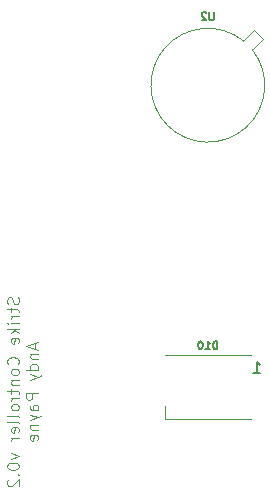
<source format=gbr>
G04 #@! TF.GenerationSoftware,KiCad,Pcbnew,6.0.4-6f826c9f35~116~ubuntu20.04.1*
G04 #@! TF.CreationDate,2022-06-15T17:18:02-05:00*
G04 #@! TF.ProjectId,strike-controller,73747269-6b65-42d6-936f-6e74726f6c6c,rev?*
G04 #@! TF.SameCoordinates,Original*
G04 #@! TF.FileFunction,Legend,Bot*
G04 #@! TF.FilePolarity,Positive*
%FSLAX46Y46*%
G04 Gerber Fmt 4.6, Leading zero omitted, Abs format (unit mm)*
G04 Created by KiCad (PCBNEW 6.0.4-6f826c9f35~116~ubuntu20.04.1) date 2022-06-15 17:18:02*
%MOMM*%
%LPD*%
G01*
G04 APERTURE LIST*
%ADD10C,0.120000*%
%ADD11C,0.150000*%
G04 APERTURE END LIST*
D10*
X132449761Y-78275000D02*
X132497380Y-78417857D01*
X132497380Y-78655952D01*
X132449761Y-78751190D01*
X132402142Y-78798809D01*
X132306904Y-78846428D01*
X132211666Y-78846428D01*
X132116428Y-78798809D01*
X132068809Y-78751190D01*
X132021190Y-78655952D01*
X131973571Y-78465476D01*
X131925952Y-78370238D01*
X131878333Y-78322619D01*
X131783095Y-78275000D01*
X131687857Y-78275000D01*
X131592619Y-78322619D01*
X131545000Y-78370238D01*
X131497380Y-78465476D01*
X131497380Y-78703571D01*
X131545000Y-78846428D01*
X131830714Y-79132142D02*
X131830714Y-79513095D01*
X131497380Y-79275000D02*
X132354523Y-79275000D01*
X132449761Y-79322619D01*
X132497380Y-79417857D01*
X132497380Y-79513095D01*
X132497380Y-79846428D02*
X131830714Y-79846428D01*
X132021190Y-79846428D02*
X131925952Y-79894047D01*
X131878333Y-79941666D01*
X131830714Y-80036904D01*
X131830714Y-80132142D01*
X132497380Y-80465476D02*
X131830714Y-80465476D01*
X131497380Y-80465476D02*
X131545000Y-80417857D01*
X131592619Y-80465476D01*
X131545000Y-80513095D01*
X131497380Y-80465476D01*
X131592619Y-80465476D01*
X132497380Y-80941666D02*
X131497380Y-80941666D01*
X132116428Y-81036904D02*
X132497380Y-81322619D01*
X131830714Y-81322619D02*
X132211666Y-80941666D01*
X132449761Y-82132142D02*
X132497380Y-82036904D01*
X132497380Y-81846428D01*
X132449761Y-81751190D01*
X132354523Y-81703571D01*
X131973571Y-81703571D01*
X131878333Y-81751190D01*
X131830714Y-81846428D01*
X131830714Y-82036904D01*
X131878333Y-82132142D01*
X131973571Y-82179761D01*
X132068809Y-82179761D01*
X132164047Y-81703571D01*
X132402142Y-83941666D02*
X132449761Y-83894047D01*
X132497380Y-83751190D01*
X132497380Y-83655952D01*
X132449761Y-83513095D01*
X132354523Y-83417857D01*
X132259285Y-83370238D01*
X132068809Y-83322619D01*
X131925952Y-83322619D01*
X131735476Y-83370238D01*
X131640238Y-83417857D01*
X131545000Y-83513095D01*
X131497380Y-83655952D01*
X131497380Y-83751190D01*
X131545000Y-83894047D01*
X131592619Y-83941666D01*
X132497380Y-84513095D02*
X132449761Y-84417857D01*
X132402142Y-84370238D01*
X132306904Y-84322619D01*
X132021190Y-84322619D01*
X131925952Y-84370238D01*
X131878333Y-84417857D01*
X131830714Y-84513095D01*
X131830714Y-84655952D01*
X131878333Y-84751190D01*
X131925952Y-84798809D01*
X132021190Y-84846428D01*
X132306904Y-84846428D01*
X132402142Y-84798809D01*
X132449761Y-84751190D01*
X132497380Y-84655952D01*
X132497380Y-84513095D01*
X131830714Y-85275000D02*
X132497380Y-85275000D01*
X131925952Y-85275000D02*
X131878333Y-85322619D01*
X131830714Y-85417857D01*
X131830714Y-85560714D01*
X131878333Y-85655952D01*
X131973571Y-85703571D01*
X132497380Y-85703571D01*
X131830714Y-86036904D02*
X131830714Y-86417857D01*
X131497380Y-86179761D02*
X132354523Y-86179761D01*
X132449761Y-86227380D01*
X132497380Y-86322619D01*
X132497380Y-86417857D01*
X132497380Y-86751190D02*
X131830714Y-86751190D01*
X132021190Y-86751190D02*
X131925952Y-86798809D01*
X131878333Y-86846428D01*
X131830714Y-86941666D01*
X131830714Y-87036904D01*
X132497380Y-87513095D02*
X132449761Y-87417857D01*
X132402142Y-87370238D01*
X132306904Y-87322619D01*
X132021190Y-87322619D01*
X131925952Y-87370238D01*
X131878333Y-87417857D01*
X131830714Y-87513095D01*
X131830714Y-87655952D01*
X131878333Y-87751190D01*
X131925952Y-87798809D01*
X132021190Y-87846428D01*
X132306904Y-87846428D01*
X132402142Y-87798809D01*
X132449761Y-87751190D01*
X132497380Y-87655952D01*
X132497380Y-87513095D01*
X132497380Y-88417857D02*
X132449761Y-88322619D01*
X132354523Y-88275000D01*
X131497380Y-88275000D01*
X132497380Y-88941666D02*
X132449761Y-88846428D01*
X132354523Y-88798809D01*
X131497380Y-88798809D01*
X132449761Y-89703571D02*
X132497380Y-89608333D01*
X132497380Y-89417857D01*
X132449761Y-89322619D01*
X132354523Y-89275000D01*
X131973571Y-89275000D01*
X131878333Y-89322619D01*
X131830714Y-89417857D01*
X131830714Y-89608333D01*
X131878333Y-89703571D01*
X131973571Y-89751190D01*
X132068809Y-89751190D01*
X132164047Y-89275000D01*
X132497380Y-90179761D02*
X131830714Y-90179761D01*
X132021190Y-90179761D02*
X131925952Y-90227380D01*
X131878333Y-90275000D01*
X131830714Y-90370238D01*
X131830714Y-90465476D01*
X131830714Y-91465476D02*
X132497380Y-91703571D01*
X131830714Y-91941666D01*
X131497380Y-92513095D02*
X131497380Y-92608333D01*
X131545000Y-92703571D01*
X131592619Y-92751190D01*
X131687857Y-92798809D01*
X131878333Y-92846428D01*
X132116428Y-92846428D01*
X132306904Y-92798809D01*
X132402142Y-92751190D01*
X132449761Y-92703571D01*
X132497380Y-92608333D01*
X132497380Y-92513095D01*
X132449761Y-92417857D01*
X132402142Y-92370238D01*
X132306904Y-92322619D01*
X132116428Y-92275000D01*
X131878333Y-92275000D01*
X131687857Y-92322619D01*
X131592619Y-92370238D01*
X131545000Y-92417857D01*
X131497380Y-92513095D01*
X132402142Y-93275000D02*
X132449761Y-93322619D01*
X132497380Y-93275000D01*
X132449761Y-93227380D01*
X132402142Y-93275000D01*
X132497380Y-93275000D01*
X131592619Y-93703571D02*
X131545000Y-93751190D01*
X131497380Y-93846428D01*
X131497380Y-94084523D01*
X131545000Y-94179761D01*
X131592619Y-94227380D01*
X131687857Y-94275000D01*
X131783095Y-94275000D01*
X131925952Y-94227380D01*
X132497380Y-93655952D01*
X132497380Y-94275000D01*
X133821666Y-82155952D02*
X133821666Y-82632142D01*
X134107380Y-82060714D02*
X133107380Y-82394047D01*
X134107380Y-82727380D01*
X133440714Y-83060714D02*
X134107380Y-83060714D01*
X133535952Y-83060714D02*
X133488333Y-83108333D01*
X133440714Y-83203571D01*
X133440714Y-83346428D01*
X133488333Y-83441666D01*
X133583571Y-83489285D01*
X134107380Y-83489285D01*
X134107380Y-84394047D02*
X133107380Y-84394047D01*
X134059761Y-84394047D02*
X134107380Y-84298809D01*
X134107380Y-84108333D01*
X134059761Y-84013095D01*
X134012142Y-83965476D01*
X133916904Y-83917857D01*
X133631190Y-83917857D01*
X133535952Y-83965476D01*
X133488333Y-84013095D01*
X133440714Y-84108333D01*
X133440714Y-84298809D01*
X133488333Y-84394047D01*
X133440714Y-84775000D02*
X134107380Y-85013095D01*
X133440714Y-85251190D02*
X134107380Y-85013095D01*
X134345476Y-84917857D01*
X134393095Y-84870238D01*
X134440714Y-84775000D01*
X134107380Y-86394047D02*
X133107380Y-86394047D01*
X133107380Y-86775000D01*
X133155000Y-86870238D01*
X133202619Y-86917857D01*
X133297857Y-86965476D01*
X133440714Y-86965476D01*
X133535952Y-86917857D01*
X133583571Y-86870238D01*
X133631190Y-86775000D01*
X133631190Y-86394047D01*
X134107380Y-87822619D02*
X133583571Y-87822619D01*
X133488333Y-87775000D01*
X133440714Y-87679761D01*
X133440714Y-87489285D01*
X133488333Y-87394047D01*
X134059761Y-87822619D02*
X134107380Y-87727380D01*
X134107380Y-87489285D01*
X134059761Y-87394047D01*
X133964523Y-87346428D01*
X133869285Y-87346428D01*
X133774047Y-87394047D01*
X133726428Y-87489285D01*
X133726428Y-87727380D01*
X133678809Y-87822619D01*
X133440714Y-88203571D02*
X134107380Y-88441666D01*
X133440714Y-88679761D02*
X134107380Y-88441666D01*
X134345476Y-88346428D01*
X134393095Y-88298809D01*
X134440714Y-88203571D01*
X133440714Y-89060714D02*
X134107380Y-89060714D01*
X133535952Y-89060714D02*
X133488333Y-89108333D01*
X133440714Y-89203571D01*
X133440714Y-89346428D01*
X133488333Y-89441666D01*
X133583571Y-89489285D01*
X134107380Y-89489285D01*
X134059761Y-90346428D02*
X134107380Y-90251190D01*
X134107380Y-90060714D01*
X134059761Y-89965476D01*
X133964523Y-89917857D01*
X133583571Y-89917857D01*
X133488333Y-89965476D01*
X133440714Y-90060714D01*
X133440714Y-90251190D01*
X133488333Y-90346428D01*
X133583571Y-90394047D01*
X133678809Y-90394047D01*
X133774047Y-89917857D01*
D11*
X149279285Y-82654047D02*
X149279285Y-82004047D01*
X149124523Y-82004047D01*
X149031666Y-82035000D01*
X148969761Y-82096904D01*
X148938809Y-82158809D01*
X148907857Y-82282619D01*
X148907857Y-82375476D01*
X148938809Y-82499285D01*
X148969761Y-82561190D01*
X149031666Y-82623095D01*
X149124523Y-82654047D01*
X149279285Y-82654047D01*
X148288809Y-82654047D02*
X148660238Y-82654047D01*
X148474523Y-82654047D02*
X148474523Y-82004047D01*
X148536428Y-82096904D01*
X148598333Y-82158809D01*
X148660238Y-82189761D01*
X147886428Y-82004047D02*
X147824523Y-82004047D01*
X147762619Y-82035000D01*
X147731666Y-82065952D01*
X147700714Y-82127857D01*
X147669761Y-82251666D01*
X147669761Y-82406428D01*
X147700714Y-82530238D01*
X147731666Y-82592142D01*
X147762619Y-82623095D01*
X147824523Y-82654047D01*
X147886428Y-82654047D01*
X147948333Y-82623095D01*
X147979285Y-82592142D01*
X148010238Y-82530238D01*
X148041190Y-82406428D01*
X148041190Y-82251666D01*
X148010238Y-82127857D01*
X147979285Y-82065952D01*
X147948333Y-82035000D01*
X147886428Y-82004047D01*
X152354285Y-84712380D02*
X152925714Y-84712380D01*
X152640000Y-84712380D02*
X152640000Y-83712380D01*
X152735238Y-83855238D01*
X152830476Y-83950476D01*
X152925714Y-83998095D01*
X148985238Y-54134047D02*
X148985238Y-54660238D01*
X148954285Y-54722142D01*
X148923333Y-54753095D01*
X148861428Y-54784047D01*
X148737619Y-54784047D01*
X148675714Y-54753095D01*
X148644761Y-54722142D01*
X148613809Y-54660238D01*
X148613809Y-54134047D01*
X148335238Y-54195952D02*
X148304285Y-54165000D01*
X148242380Y-54134047D01*
X148087619Y-54134047D01*
X148025714Y-54165000D01*
X147994761Y-54195952D01*
X147963809Y-54257857D01*
X147963809Y-54319761D01*
X147994761Y-54412619D01*
X148366190Y-54784047D01*
X147963809Y-54784047D01*
D10*
X152140000Y-83110000D02*
X144840000Y-83110000D01*
X152140000Y-88610000D02*
X144840000Y-88610000D01*
X144840000Y-88610000D02*
X144840000Y-87460000D01*
X153155856Y-56421961D02*
X152264902Y-57312916D01*
X152378039Y-55644144D02*
X153155856Y-56421961D01*
X151487084Y-56535098D02*
X152378039Y-55644144D01*
X151487084Y-56535098D02*
G75*
G03*
X152264674Y-57312629I-2997084J-3774902D01*
G01*
M02*

</source>
